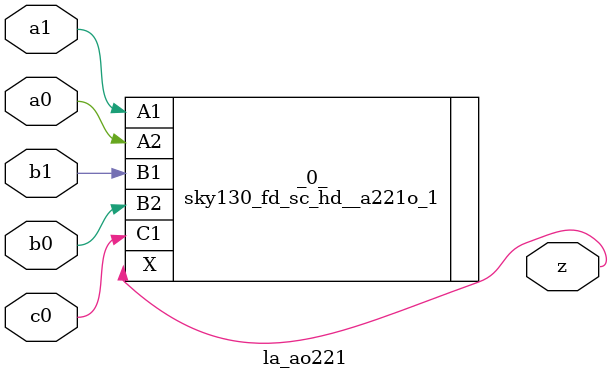
<source format=v>

/* Generated by Yosys 0.44 (git sha1 80ba43d26, g++ 11.4.0-1ubuntu1~22.04 -fPIC -O3) */

(* top =  1  *)
(* src = "inputs/la_ao221.v:10.1-23.10" *)
module la_ao221 (
    a0,
    a1,
    b0,
    b1,
    c0,
    z
);
  (* src = "inputs/la_ao221.v:13.12-13.14" *)
  input a0;
  wire a0;
  (* src = "inputs/la_ao221.v:14.12-14.14" *)
  input a1;
  wire a1;
  (* src = "inputs/la_ao221.v:15.12-15.14" *)
  input b0;
  wire b0;
  (* src = "inputs/la_ao221.v:16.12-16.14" *)
  input b1;
  wire b1;
  (* src = "inputs/la_ao221.v:17.12-17.14" *)
  input c0;
  wire c0;
  (* src = "inputs/la_ao221.v:18.12-18.13" *)
  output z;
  wire z;
  sky130_fd_sc_hd__a221o_1 _0_ (
      .A1(a1),
      .A2(a0),
      .B1(b1),
      .B2(b0),
      .C1(c0),
      .X (z)
  );
endmodule

</source>
